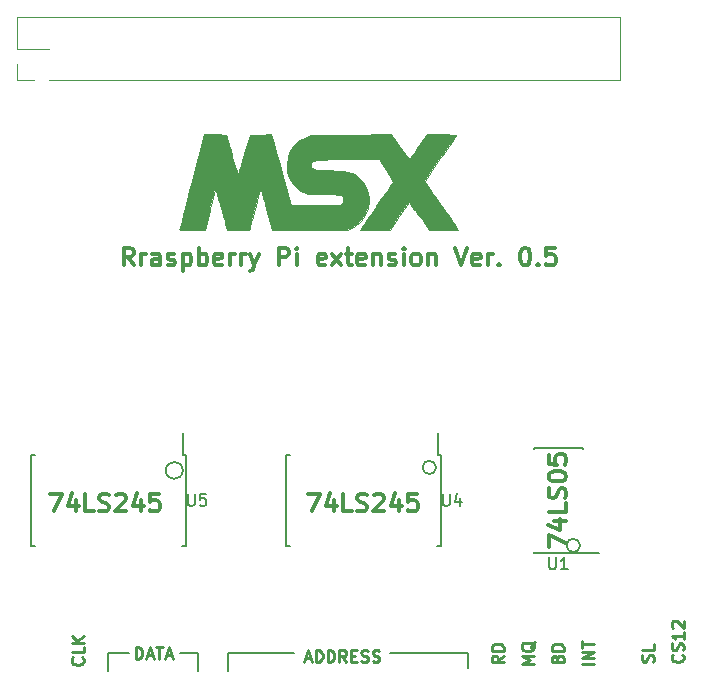
<source format=gbr>
G04 #@! TF.FileFunction,Legend,Top*
%FSLAX46Y46*%
G04 Gerber Fmt 4.6, Leading zero omitted, Abs format (unit mm)*
G04 Created by KiCad (PCBNEW 4.0.7) date 01/19/18 22:03:17*
%MOMM*%
%LPD*%
G01*
G04 APERTURE LIST*
%ADD10C,0.100000*%
%ADD11C,0.200000*%
%ADD12C,0.300000*%
%ADD13C,0.250000*%
%ADD14C,0.150000*%
%ADD15C,0.010000*%
%ADD16C,0.120000*%
G04 APERTURE END LIST*
D10*
D11*
X179637961Y-95250000D02*
G75*
G03X179637961Y-95250000I-567961J0D01*
G01*
X167445961Y-88646000D02*
G75*
G03X167445961Y-88646000I-567961J0D01*
G01*
X146006420Y-88900000D02*
G75*
G03X146006420Y-88900000I-718420J0D01*
G01*
D12*
X134767430Y-90872571D02*
X135767430Y-90872571D01*
X135124573Y-92372571D01*
X136981715Y-91372571D02*
X136981715Y-92372571D01*
X136624572Y-90801143D02*
X136267429Y-91872571D01*
X137196001Y-91872571D01*
X138481715Y-92372571D02*
X137767429Y-92372571D01*
X137767429Y-90872571D01*
X138910286Y-92301143D02*
X139124572Y-92372571D01*
X139481715Y-92372571D01*
X139624572Y-92301143D01*
X139696001Y-92229714D01*
X139767429Y-92086857D01*
X139767429Y-91944000D01*
X139696001Y-91801143D01*
X139624572Y-91729714D01*
X139481715Y-91658286D01*
X139196001Y-91586857D01*
X139053143Y-91515429D01*
X138981715Y-91444000D01*
X138910286Y-91301143D01*
X138910286Y-91158286D01*
X138981715Y-91015429D01*
X139053143Y-90944000D01*
X139196001Y-90872571D01*
X139553143Y-90872571D01*
X139767429Y-90944000D01*
X140338857Y-91015429D02*
X140410286Y-90944000D01*
X140553143Y-90872571D01*
X140910286Y-90872571D01*
X141053143Y-90944000D01*
X141124572Y-91015429D01*
X141196000Y-91158286D01*
X141196000Y-91301143D01*
X141124572Y-91515429D01*
X140267429Y-92372571D01*
X141196000Y-92372571D01*
X142481714Y-91372571D02*
X142481714Y-92372571D01*
X142124571Y-90801143D02*
X141767428Y-91872571D01*
X142696000Y-91872571D01*
X143981714Y-90872571D02*
X143267428Y-90872571D01*
X143195999Y-91586857D01*
X143267428Y-91515429D01*
X143410285Y-91444000D01*
X143767428Y-91444000D01*
X143910285Y-91515429D01*
X143981714Y-91586857D01*
X144053142Y-91729714D01*
X144053142Y-92086857D01*
X143981714Y-92229714D01*
X143910285Y-92301143D01*
X143767428Y-92372571D01*
X143410285Y-92372571D01*
X143267428Y-92301143D01*
X143195999Y-92229714D01*
X156611430Y-90872571D02*
X157611430Y-90872571D01*
X156968573Y-92372571D01*
X158825715Y-91372571D02*
X158825715Y-92372571D01*
X158468572Y-90801143D02*
X158111429Y-91872571D01*
X159040001Y-91872571D01*
X160325715Y-92372571D02*
X159611429Y-92372571D01*
X159611429Y-90872571D01*
X160754286Y-92301143D02*
X160968572Y-92372571D01*
X161325715Y-92372571D01*
X161468572Y-92301143D01*
X161540001Y-92229714D01*
X161611429Y-92086857D01*
X161611429Y-91944000D01*
X161540001Y-91801143D01*
X161468572Y-91729714D01*
X161325715Y-91658286D01*
X161040001Y-91586857D01*
X160897143Y-91515429D01*
X160825715Y-91444000D01*
X160754286Y-91301143D01*
X160754286Y-91158286D01*
X160825715Y-91015429D01*
X160897143Y-90944000D01*
X161040001Y-90872571D01*
X161397143Y-90872571D01*
X161611429Y-90944000D01*
X162182857Y-91015429D02*
X162254286Y-90944000D01*
X162397143Y-90872571D01*
X162754286Y-90872571D01*
X162897143Y-90944000D01*
X162968572Y-91015429D01*
X163040000Y-91158286D01*
X163040000Y-91301143D01*
X162968572Y-91515429D01*
X162111429Y-92372571D01*
X163040000Y-92372571D01*
X164325714Y-91372571D02*
X164325714Y-92372571D01*
X163968571Y-90801143D02*
X163611428Y-91872571D01*
X164540000Y-91872571D01*
X165825714Y-90872571D02*
X165111428Y-90872571D01*
X165039999Y-91586857D01*
X165111428Y-91515429D01*
X165254285Y-91444000D01*
X165611428Y-91444000D01*
X165754285Y-91515429D01*
X165825714Y-91586857D01*
X165897142Y-91729714D01*
X165897142Y-92086857D01*
X165825714Y-92229714D01*
X165754285Y-92301143D01*
X165611428Y-92372571D01*
X165254285Y-92372571D01*
X165111428Y-92301143D01*
X165039999Y-92229714D01*
X176978571Y-95404284D02*
X176978571Y-94404284D01*
X178478571Y-95047141D01*
X177478571Y-93189999D02*
X178478571Y-93189999D01*
X176907143Y-93547142D02*
X177978571Y-93904285D01*
X177978571Y-92975713D01*
X178478571Y-91689999D02*
X178478571Y-92404285D01*
X176978571Y-92404285D01*
X178407143Y-91261428D02*
X178478571Y-91047142D01*
X178478571Y-90689999D01*
X178407143Y-90547142D01*
X178335714Y-90475713D01*
X178192857Y-90404285D01*
X178050000Y-90404285D01*
X177907143Y-90475713D01*
X177835714Y-90547142D01*
X177764286Y-90689999D01*
X177692857Y-90975713D01*
X177621429Y-91118571D01*
X177550000Y-91189999D01*
X177407143Y-91261428D01*
X177264286Y-91261428D01*
X177121429Y-91189999D01*
X177050000Y-91118571D01*
X176978571Y-90975713D01*
X176978571Y-90618571D01*
X177050000Y-90404285D01*
X176978571Y-89475714D02*
X176978571Y-89332857D01*
X177050000Y-89190000D01*
X177121429Y-89118571D01*
X177264286Y-89047142D01*
X177550000Y-88975714D01*
X177907143Y-88975714D01*
X178192857Y-89047142D01*
X178335714Y-89118571D01*
X178407143Y-89190000D01*
X178478571Y-89332857D01*
X178478571Y-89475714D01*
X178407143Y-89618571D01*
X178335714Y-89690000D01*
X178192857Y-89761428D01*
X177907143Y-89832857D01*
X177550000Y-89832857D01*
X177264286Y-89761428D01*
X177121429Y-89690000D01*
X177050000Y-89618571D01*
X176978571Y-89475714D01*
X176978571Y-87618571D02*
X176978571Y-88332857D01*
X177692857Y-88404286D01*
X177621429Y-88332857D01*
X177550000Y-88190000D01*
X177550000Y-87832857D01*
X177621429Y-87690000D01*
X177692857Y-87618571D01*
X177835714Y-87547143D01*
X178192857Y-87547143D01*
X178335714Y-87618571D01*
X178407143Y-87690000D01*
X178478571Y-87832857D01*
X178478571Y-88190000D01*
X178407143Y-88332857D01*
X178335714Y-88404286D01*
D13*
X137517143Y-104735238D02*
X137564762Y-104782857D01*
X137612381Y-104925714D01*
X137612381Y-105020952D01*
X137564762Y-105163810D01*
X137469524Y-105259048D01*
X137374286Y-105306667D01*
X137183810Y-105354286D01*
X137040952Y-105354286D01*
X136850476Y-105306667D01*
X136755238Y-105259048D01*
X136660000Y-105163810D01*
X136612381Y-105020952D01*
X136612381Y-104925714D01*
X136660000Y-104782857D01*
X136707619Y-104735238D01*
X137612381Y-103830476D02*
X137612381Y-104306667D01*
X136612381Y-104306667D01*
X137612381Y-103497143D02*
X136612381Y-103497143D01*
X137612381Y-102925714D02*
X137040952Y-103354286D01*
X136612381Y-102925714D02*
X137183810Y-103497143D01*
X188317143Y-104497047D02*
X188364762Y-104544666D01*
X188412381Y-104687523D01*
X188412381Y-104782761D01*
X188364762Y-104925619D01*
X188269524Y-105020857D01*
X188174286Y-105068476D01*
X187983810Y-105116095D01*
X187840952Y-105116095D01*
X187650476Y-105068476D01*
X187555238Y-105020857D01*
X187460000Y-104925619D01*
X187412381Y-104782761D01*
X187412381Y-104687523D01*
X187460000Y-104544666D01*
X187507619Y-104497047D01*
X188364762Y-104116095D02*
X188412381Y-103973238D01*
X188412381Y-103735142D01*
X188364762Y-103639904D01*
X188317143Y-103592285D01*
X188221905Y-103544666D01*
X188126667Y-103544666D01*
X188031429Y-103592285D01*
X187983810Y-103639904D01*
X187936190Y-103735142D01*
X187888571Y-103925619D01*
X187840952Y-104020857D01*
X187793333Y-104068476D01*
X187698095Y-104116095D01*
X187602857Y-104116095D01*
X187507619Y-104068476D01*
X187460000Y-104020857D01*
X187412381Y-103925619D01*
X187412381Y-103687523D01*
X187460000Y-103544666D01*
X188412381Y-102592285D02*
X188412381Y-103163714D01*
X188412381Y-102878000D02*
X187412381Y-102878000D01*
X187555238Y-102973238D01*
X187650476Y-103068476D01*
X187698095Y-103163714D01*
X187507619Y-102211333D02*
X187460000Y-102163714D01*
X187412381Y-102068476D01*
X187412381Y-101830380D01*
X187460000Y-101735142D01*
X187507619Y-101687523D01*
X187602857Y-101639904D01*
X187698095Y-101639904D01*
X187840952Y-101687523D01*
X188412381Y-102258952D01*
X188412381Y-101639904D01*
D11*
X166878000Y-104394000D02*
X163576000Y-104394000D01*
X152146000Y-104394000D02*
X155448000Y-104394000D01*
D13*
X142010000Y-104846381D02*
X142010000Y-103846381D01*
X142248095Y-103846381D01*
X142390953Y-103894000D01*
X142486191Y-103989238D01*
X142533810Y-104084476D01*
X142581429Y-104274952D01*
X142581429Y-104417810D01*
X142533810Y-104608286D01*
X142486191Y-104703524D01*
X142390953Y-104798762D01*
X142248095Y-104846381D01*
X142010000Y-104846381D01*
X142962381Y-104560667D02*
X143438572Y-104560667D01*
X142867143Y-104846381D02*
X143200476Y-103846381D01*
X143533810Y-104846381D01*
X143724286Y-103846381D02*
X144295715Y-103846381D01*
X144010000Y-104846381D02*
X144010000Y-103846381D01*
X144581429Y-104560667D02*
X145057620Y-104560667D01*
X144486191Y-104846381D02*
X144819524Y-103846381D01*
X145152858Y-104846381D01*
D11*
X139700000Y-104394000D02*
X141478000Y-104394000D01*
X139700000Y-105918000D02*
X139700000Y-104394000D01*
X147320000Y-104394000D02*
X145796000Y-104394000D01*
X147320000Y-105918000D02*
X147320000Y-104394000D01*
X170180000Y-104394000D02*
X166878000Y-104394000D01*
X170180000Y-105664000D02*
X170180000Y-104394000D01*
X149860000Y-104394000D02*
X152146000Y-104394000D01*
X149860000Y-105918000D02*
X149860000Y-104394000D01*
D13*
X156369143Y-104814667D02*
X156845334Y-104814667D01*
X156273905Y-105100381D02*
X156607238Y-104100381D01*
X156940572Y-105100381D01*
X157273905Y-105100381D02*
X157273905Y-104100381D01*
X157512000Y-104100381D01*
X157654858Y-104148000D01*
X157750096Y-104243238D01*
X157797715Y-104338476D01*
X157845334Y-104528952D01*
X157845334Y-104671810D01*
X157797715Y-104862286D01*
X157750096Y-104957524D01*
X157654858Y-105052762D01*
X157512000Y-105100381D01*
X157273905Y-105100381D01*
X158273905Y-105100381D02*
X158273905Y-104100381D01*
X158512000Y-104100381D01*
X158654858Y-104148000D01*
X158750096Y-104243238D01*
X158797715Y-104338476D01*
X158845334Y-104528952D01*
X158845334Y-104671810D01*
X158797715Y-104862286D01*
X158750096Y-104957524D01*
X158654858Y-105052762D01*
X158512000Y-105100381D01*
X158273905Y-105100381D01*
X159845334Y-105100381D02*
X159512000Y-104624190D01*
X159273905Y-105100381D02*
X159273905Y-104100381D01*
X159654858Y-104100381D01*
X159750096Y-104148000D01*
X159797715Y-104195619D01*
X159845334Y-104290857D01*
X159845334Y-104433714D01*
X159797715Y-104528952D01*
X159750096Y-104576571D01*
X159654858Y-104624190D01*
X159273905Y-104624190D01*
X160273905Y-104576571D02*
X160607239Y-104576571D01*
X160750096Y-105100381D02*
X160273905Y-105100381D01*
X160273905Y-104100381D01*
X160750096Y-104100381D01*
X161131048Y-105052762D02*
X161273905Y-105100381D01*
X161512001Y-105100381D01*
X161607239Y-105052762D01*
X161654858Y-105005143D01*
X161702477Y-104909905D01*
X161702477Y-104814667D01*
X161654858Y-104719429D01*
X161607239Y-104671810D01*
X161512001Y-104624190D01*
X161321524Y-104576571D01*
X161226286Y-104528952D01*
X161178667Y-104481333D01*
X161131048Y-104386095D01*
X161131048Y-104290857D01*
X161178667Y-104195619D01*
X161226286Y-104148000D01*
X161321524Y-104100381D01*
X161559620Y-104100381D01*
X161702477Y-104148000D01*
X162083429Y-105052762D02*
X162226286Y-105100381D01*
X162464382Y-105100381D01*
X162559620Y-105052762D01*
X162607239Y-105005143D01*
X162654858Y-104909905D01*
X162654858Y-104814667D01*
X162607239Y-104719429D01*
X162559620Y-104671810D01*
X162464382Y-104624190D01*
X162273905Y-104576571D01*
X162178667Y-104528952D01*
X162131048Y-104481333D01*
X162083429Y-104386095D01*
X162083429Y-104290857D01*
X162131048Y-104195619D01*
X162178667Y-104148000D01*
X162273905Y-104100381D01*
X162512001Y-104100381D01*
X162654858Y-104148000D01*
X180792381Y-105298762D02*
X179792381Y-105298762D01*
X180792381Y-104822572D02*
X179792381Y-104822572D01*
X180792381Y-104251143D01*
X179792381Y-104251143D01*
X179792381Y-103917810D02*
X179792381Y-103346381D01*
X180792381Y-103632096D02*
X179792381Y-103632096D01*
X175712381Y-105251143D02*
X174712381Y-105251143D01*
X175426667Y-104917809D01*
X174712381Y-104584476D01*
X175712381Y-104584476D01*
X175807619Y-103441619D02*
X175760000Y-103536857D01*
X175664762Y-103632095D01*
X175521905Y-103774952D01*
X175474286Y-103870191D01*
X175474286Y-103965429D01*
X175712381Y-103917810D02*
X175664762Y-104013048D01*
X175569524Y-104108286D01*
X175379048Y-104155905D01*
X175045714Y-104155905D01*
X174855238Y-104108286D01*
X174760000Y-104013048D01*
X174712381Y-103917810D01*
X174712381Y-103727333D01*
X174760000Y-103632095D01*
X174855238Y-103536857D01*
X175045714Y-103489238D01*
X175379048Y-103489238D01*
X175569524Y-103536857D01*
X175664762Y-103632095D01*
X175712381Y-103727333D01*
X175712381Y-103917810D01*
X173172381Y-104584476D02*
X172696190Y-104917810D01*
X173172381Y-105155905D02*
X172172381Y-105155905D01*
X172172381Y-104774952D01*
X172220000Y-104679714D01*
X172267619Y-104632095D01*
X172362857Y-104584476D01*
X172505714Y-104584476D01*
X172600952Y-104632095D01*
X172648571Y-104679714D01*
X172696190Y-104774952D01*
X172696190Y-105155905D01*
X173172381Y-104155905D02*
X172172381Y-104155905D01*
X172172381Y-103917810D01*
X172220000Y-103774952D01*
X172315238Y-103679714D01*
X172410476Y-103632095D01*
X172600952Y-103584476D01*
X172743810Y-103584476D01*
X172934286Y-103632095D01*
X173029524Y-103679714D01*
X173124762Y-103774952D01*
X173172381Y-103917810D01*
X173172381Y-104155905D01*
X185824762Y-105084476D02*
X185872381Y-104941619D01*
X185872381Y-104703523D01*
X185824762Y-104608285D01*
X185777143Y-104560666D01*
X185681905Y-104513047D01*
X185586667Y-104513047D01*
X185491429Y-104560666D01*
X185443810Y-104608285D01*
X185396190Y-104703523D01*
X185348571Y-104894000D01*
X185300952Y-104989238D01*
X185253333Y-105036857D01*
X185158095Y-105084476D01*
X185062857Y-105084476D01*
X184967619Y-105036857D01*
X184920000Y-104989238D01*
X184872381Y-104894000D01*
X184872381Y-104655904D01*
X184920000Y-104513047D01*
X185872381Y-103608285D02*
X185872381Y-104084476D01*
X184872381Y-104084476D01*
X177728571Y-104822571D02*
X177776190Y-104679714D01*
X177823810Y-104632095D01*
X177919048Y-104584476D01*
X178061905Y-104584476D01*
X178157143Y-104632095D01*
X178204762Y-104679714D01*
X178252381Y-104774952D01*
X178252381Y-105155905D01*
X177252381Y-105155905D01*
X177252381Y-104822571D01*
X177300000Y-104727333D01*
X177347619Y-104679714D01*
X177442857Y-104632095D01*
X177538095Y-104632095D01*
X177633333Y-104679714D01*
X177680952Y-104727333D01*
X177728571Y-104822571D01*
X177728571Y-105155905D01*
X178252381Y-104155905D02*
X177252381Y-104155905D01*
X177252381Y-103917810D01*
X177300000Y-103774952D01*
X177395238Y-103679714D01*
X177490476Y-103632095D01*
X177680952Y-103584476D01*
X177823810Y-103584476D01*
X178014286Y-103632095D01*
X178109524Y-103679714D01*
X178204762Y-103774952D01*
X178252381Y-103917810D01*
X178252381Y-104155905D01*
D12*
X141865144Y-71544571D02*
X141365144Y-70830286D01*
X141008001Y-71544571D02*
X141008001Y-70044571D01*
X141579429Y-70044571D01*
X141722287Y-70116000D01*
X141793715Y-70187429D01*
X141865144Y-70330286D01*
X141865144Y-70544571D01*
X141793715Y-70687429D01*
X141722287Y-70758857D01*
X141579429Y-70830286D01*
X141008001Y-70830286D01*
X142508001Y-71544571D02*
X142508001Y-70544571D01*
X142508001Y-70830286D02*
X142579429Y-70687429D01*
X142650858Y-70616000D01*
X142793715Y-70544571D01*
X142936572Y-70544571D01*
X144079429Y-71544571D02*
X144079429Y-70758857D01*
X144008000Y-70616000D01*
X143865143Y-70544571D01*
X143579429Y-70544571D01*
X143436572Y-70616000D01*
X144079429Y-71473143D02*
X143936572Y-71544571D01*
X143579429Y-71544571D01*
X143436572Y-71473143D01*
X143365143Y-71330286D01*
X143365143Y-71187429D01*
X143436572Y-71044571D01*
X143579429Y-70973143D01*
X143936572Y-70973143D01*
X144079429Y-70901714D01*
X144722286Y-71473143D02*
X144865143Y-71544571D01*
X145150858Y-71544571D01*
X145293715Y-71473143D01*
X145365143Y-71330286D01*
X145365143Y-71258857D01*
X145293715Y-71116000D01*
X145150858Y-71044571D01*
X144936572Y-71044571D01*
X144793715Y-70973143D01*
X144722286Y-70830286D01*
X144722286Y-70758857D01*
X144793715Y-70616000D01*
X144936572Y-70544571D01*
X145150858Y-70544571D01*
X145293715Y-70616000D01*
X146008001Y-70544571D02*
X146008001Y-72044571D01*
X146008001Y-70616000D02*
X146150858Y-70544571D01*
X146436572Y-70544571D01*
X146579429Y-70616000D01*
X146650858Y-70687429D01*
X146722287Y-70830286D01*
X146722287Y-71258857D01*
X146650858Y-71401714D01*
X146579429Y-71473143D01*
X146436572Y-71544571D01*
X146150858Y-71544571D01*
X146008001Y-71473143D01*
X147365144Y-71544571D02*
X147365144Y-70044571D01*
X147365144Y-70616000D02*
X147508001Y-70544571D01*
X147793715Y-70544571D01*
X147936572Y-70616000D01*
X148008001Y-70687429D01*
X148079430Y-70830286D01*
X148079430Y-71258857D01*
X148008001Y-71401714D01*
X147936572Y-71473143D01*
X147793715Y-71544571D01*
X147508001Y-71544571D01*
X147365144Y-71473143D01*
X149293715Y-71473143D02*
X149150858Y-71544571D01*
X148865144Y-71544571D01*
X148722287Y-71473143D01*
X148650858Y-71330286D01*
X148650858Y-70758857D01*
X148722287Y-70616000D01*
X148865144Y-70544571D01*
X149150858Y-70544571D01*
X149293715Y-70616000D01*
X149365144Y-70758857D01*
X149365144Y-70901714D01*
X148650858Y-71044571D01*
X150008001Y-71544571D02*
X150008001Y-70544571D01*
X150008001Y-70830286D02*
X150079429Y-70687429D01*
X150150858Y-70616000D01*
X150293715Y-70544571D01*
X150436572Y-70544571D01*
X150936572Y-71544571D02*
X150936572Y-70544571D01*
X150936572Y-70830286D02*
X151008000Y-70687429D01*
X151079429Y-70616000D01*
X151222286Y-70544571D01*
X151365143Y-70544571D01*
X151722286Y-70544571D02*
X152079429Y-71544571D01*
X152436571Y-70544571D02*
X152079429Y-71544571D01*
X151936571Y-71901714D01*
X151865143Y-71973143D01*
X151722286Y-72044571D01*
X154150857Y-71544571D02*
X154150857Y-70044571D01*
X154722285Y-70044571D01*
X154865143Y-70116000D01*
X154936571Y-70187429D01*
X155008000Y-70330286D01*
X155008000Y-70544571D01*
X154936571Y-70687429D01*
X154865143Y-70758857D01*
X154722285Y-70830286D01*
X154150857Y-70830286D01*
X155650857Y-71544571D02*
X155650857Y-70544571D01*
X155650857Y-70044571D02*
X155579428Y-70116000D01*
X155650857Y-70187429D01*
X155722285Y-70116000D01*
X155650857Y-70044571D01*
X155650857Y-70187429D01*
X158079428Y-71473143D02*
X157936571Y-71544571D01*
X157650857Y-71544571D01*
X157508000Y-71473143D01*
X157436571Y-71330286D01*
X157436571Y-70758857D01*
X157508000Y-70616000D01*
X157650857Y-70544571D01*
X157936571Y-70544571D01*
X158079428Y-70616000D01*
X158150857Y-70758857D01*
X158150857Y-70901714D01*
X157436571Y-71044571D01*
X158650857Y-71544571D02*
X159436571Y-70544571D01*
X158650857Y-70544571D02*
X159436571Y-71544571D01*
X159793714Y-70544571D02*
X160365143Y-70544571D01*
X160008000Y-70044571D02*
X160008000Y-71330286D01*
X160079428Y-71473143D01*
X160222286Y-71544571D01*
X160365143Y-71544571D01*
X161436571Y-71473143D02*
X161293714Y-71544571D01*
X161008000Y-71544571D01*
X160865143Y-71473143D01*
X160793714Y-71330286D01*
X160793714Y-70758857D01*
X160865143Y-70616000D01*
X161008000Y-70544571D01*
X161293714Y-70544571D01*
X161436571Y-70616000D01*
X161508000Y-70758857D01*
X161508000Y-70901714D01*
X160793714Y-71044571D01*
X162150857Y-70544571D02*
X162150857Y-71544571D01*
X162150857Y-70687429D02*
X162222285Y-70616000D01*
X162365143Y-70544571D01*
X162579428Y-70544571D01*
X162722285Y-70616000D01*
X162793714Y-70758857D01*
X162793714Y-71544571D01*
X163436571Y-71473143D02*
X163579428Y-71544571D01*
X163865143Y-71544571D01*
X164008000Y-71473143D01*
X164079428Y-71330286D01*
X164079428Y-71258857D01*
X164008000Y-71116000D01*
X163865143Y-71044571D01*
X163650857Y-71044571D01*
X163508000Y-70973143D01*
X163436571Y-70830286D01*
X163436571Y-70758857D01*
X163508000Y-70616000D01*
X163650857Y-70544571D01*
X163865143Y-70544571D01*
X164008000Y-70616000D01*
X164722286Y-71544571D02*
X164722286Y-70544571D01*
X164722286Y-70044571D02*
X164650857Y-70116000D01*
X164722286Y-70187429D01*
X164793714Y-70116000D01*
X164722286Y-70044571D01*
X164722286Y-70187429D01*
X165650858Y-71544571D02*
X165508000Y-71473143D01*
X165436572Y-71401714D01*
X165365143Y-71258857D01*
X165365143Y-70830286D01*
X165436572Y-70687429D01*
X165508000Y-70616000D01*
X165650858Y-70544571D01*
X165865143Y-70544571D01*
X166008000Y-70616000D01*
X166079429Y-70687429D01*
X166150858Y-70830286D01*
X166150858Y-71258857D01*
X166079429Y-71401714D01*
X166008000Y-71473143D01*
X165865143Y-71544571D01*
X165650858Y-71544571D01*
X166793715Y-70544571D02*
X166793715Y-71544571D01*
X166793715Y-70687429D02*
X166865143Y-70616000D01*
X167008001Y-70544571D01*
X167222286Y-70544571D01*
X167365143Y-70616000D01*
X167436572Y-70758857D01*
X167436572Y-71544571D01*
X169079429Y-70044571D02*
X169579429Y-71544571D01*
X170079429Y-70044571D01*
X171150857Y-71473143D02*
X171008000Y-71544571D01*
X170722286Y-71544571D01*
X170579429Y-71473143D01*
X170508000Y-71330286D01*
X170508000Y-70758857D01*
X170579429Y-70616000D01*
X170722286Y-70544571D01*
X171008000Y-70544571D01*
X171150857Y-70616000D01*
X171222286Y-70758857D01*
X171222286Y-70901714D01*
X170508000Y-71044571D01*
X171865143Y-71544571D02*
X171865143Y-70544571D01*
X171865143Y-70830286D02*
X171936571Y-70687429D01*
X172008000Y-70616000D01*
X172150857Y-70544571D01*
X172293714Y-70544571D01*
X172793714Y-71401714D02*
X172865142Y-71473143D01*
X172793714Y-71544571D01*
X172722285Y-71473143D01*
X172793714Y-71401714D01*
X172793714Y-71544571D01*
X174936571Y-70044571D02*
X175079428Y-70044571D01*
X175222285Y-70116000D01*
X175293714Y-70187429D01*
X175365143Y-70330286D01*
X175436571Y-70616000D01*
X175436571Y-70973143D01*
X175365143Y-71258857D01*
X175293714Y-71401714D01*
X175222285Y-71473143D01*
X175079428Y-71544571D01*
X174936571Y-71544571D01*
X174793714Y-71473143D01*
X174722285Y-71401714D01*
X174650857Y-71258857D01*
X174579428Y-70973143D01*
X174579428Y-70616000D01*
X174650857Y-70330286D01*
X174722285Y-70187429D01*
X174793714Y-70116000D01*
X174936571Y-70044571D01*
X176079428Y-71401714D02*
X176150856Y-71473143D01*
X176079428Y-71544571D01*
X176007999Y-71473143D01*
X176079428Y-71401714D01*
X176079428Y-71544571D01*
X177508000Y-70044571D02*
X176793714Y-70044571D01*
X176722285Y-70758857D01*
X176793714Y-70687429D01*
X176936571Y-70616000D01*
X177293714Y-70616000D01*
X177436571Y-70687429D01*
X177508000Y-70758857D01*
X177579428Y-70901714D01*
X177579428Y-71258857D01*
X177508000Y-71401714D01*
X177436571Y-71473143D01*
X177293714Y-71544571D01*
X176936571Y-71544571D01*
X176793714Y-71473143D01*
X176722285Y-71401714D01*
D14*
X167865000Y-87565000D02*
X167615000Y-87565000D01*
X167865000Y-95315000D02*
X167530000Y-95315000D01*
X154715000Y-95315000D02*
X155050000Y-95315000D01*
X154715000Y-87565000D02*
X155050000Y-87565000D01*
X167865000Y-87565000D02*
X167865000Y-95315000D01*
X154715000Y-87565000D02*
X154715000Y-95315000D01*
X167615000Y-87565000D02*
X167615000Y-85765000D01*
X146275000Y-87565000D02*
X146025000Y-87565000D01*
X146275000Y-95315000D02*
X145940000Y-95315000D01*
X133125000Y-95315000D02*
X133460000Y-95315000D01*
X133125000Y-87565000D02*
X133460000Y-87565000D01*
X146275000Y-87565000D02*
X146275000Y-95315000D01*
X133125000Y-87565000D02*
X133125000Y-95315000D01*
X146025000Y-87565000D02*
X146025000Y-85765000D01*
X179875000Y-95890000D02*
X179875000Y-95865000D01*
X175725000Y-95890000D02*
X175725000Y-95775000D01*
X175725000Y-86990000D02*
X175725000Y-87105000D01*
X179875000Y-86990000D02*
X179875000Y-87105000D01*
X179875000Y-95890000D02*
X175725000Y-95890000D01*
X179875000Y-86990000D02*
X175725000Y-86990000D01*
X179875000Y-95865000D02*
X181250000Y-95865000D01*
D15*
G36*
X153580826Y-60766676D02*
X153624920Y-60925070D01*
X153708649Y-61224213D01*
X153825769Y-61641856D01*
X153970033Y-62155750D01*
X154135198Y-62743645D01*
X154315018Y-63383290D01*
X154419284Y-63754000D01*
X155169536Y-66421000D01*
X157216510Y-66443678D01*
X157951141Y-66447851D01*
X158548303Y-66442793D01*
X158999934Y-66428745D01*
X159297973Y-66405949D01*
X159430075Y-66377199D01*
X159549021Y-66230199D01*
X159598502Y-66002061D01*
X159571865Y-65768899D01*
X159495067Y-65633600D01*
X159376559Y-65588988D01*
X159117726Y-65557562D01*
X158709326Y-65538656D01*
X158142116Y-65531606D01*
X158076900Y-65531527D01*
X157594553Y-65525759D01*
X157147780Y-65510195D01*
X156775253Y-65486922D01*
X156515642Y-65458025D01*
X156444972Y-65443471D01*
X155967207Y-65225303D01*
X155539707Y-64858320D01*
X155181997Y-64360227D01*
X155116866Y-64239243D01*
X154957536Y-63901882D01*
X154869456Y-63625070D01*
X154832452Y-63326824D01*
X154826126Y-63057664D01*
X154893521Y-62398756D01*
X155102324Y-61829785D01*
X155455796Y-61345802D01*
X155957198Y-60941863D01*
X156369173Y-60717443D01*
X156845000Y-60494333D01*
X160231667Y-60472027D01*
X163618334Y-60449722D01*
X164380334Y-61512296D01*
X165142334Y-62574869D01*
X165327513Y-62344216D01*
X165449790Y-62182747D01*
X165640781Y-61919982D01*
X165873064Y-61594019D01*
X166089513Y-61285633D01*
X166666334Y-60457703D01*
X167915167Y-60454851D01*
X168353192Y-60456788D01*
X168724077Y-60464027D01*
X168998310Y-60475549D01*
X169146380Y-60490334D01*
X169164000Y-60497993D01*
X169116861Y-60576304D01*
X168983816Y-60774284D01*
X168777425Y-61073841D01*
X168510247Y-61456882D01*
X168194843Y-61905315D01*
X167843771Y-62401046D01*
X167808042Y-62451320D01*
X167429838Y-62989731D01*
X167103284Y-63467385D01*
X166838378Y-63868812D01*
X166645121Y-64178540D01*
X166533511Y-64381097D01*
X166510823Y-64458494D01*
X166573303Y-64551317D01*
X166720535Y-64763804D01*
X166939504Y-65077361D01*
X167217193Y-65473398D01*
X167540584Y-65933321D01*
X167896660Y-66438539D01*
X167951448Y-66516176D01*
X168308100Y-67023277D01*
X168630605Y-67485285D01*
X168906602Y-67884213D01*
X169123731Y-68202075D01*
X169269631Y-68420884D01*
X169331943Y-68522655D01*
X169333334Y-68527009D01*
X169253647Y-68545798D01*
X169034491Y-68561655D01*
X168705722Y-68573286D01*
X168297197Y-68579393D01*
X168113099Y-68580000D01*
X166892864Y-68579999D01*
X166488537Y-68008500D01*
X166234915Y-67652931D01*
X165939341Y-67242843D01*
X165660638Y-66859802D01*
X165628343Y-66815742D01*
X165172475Y-66194485D01*
X164358693Y-67387242D01*
X163544910Y-68580000D01*
X162290455Y-68580000D01*
X161851377Y-68577115D01*
X161479373Y-68569171D01*
X161203892Y-68557232D01*
X161054380Y-68542364D01*
X161036000Y-68534626D01*
X161082608Y-68456149D01*
X161214204Y-68257184D01*
X161418442Y-67955812D01*
X161682978Y-67570109D01*
X161995470Y-67118156D01*
X162343572Y-66618031D01*
X162391756Y-66549047D01*
X162746658Y-66039269D01*
X163070170Y-65570986D01*
X163349366Y-65163195D01*
X163571321Y-64834893D01*
X163723110Y-64605077D01*
X163791808Y-64492745D01*
X163793703Y-64488468D01*
X163765697Y-64375560D01*
X163654814Y-64154493D01*
X163477297Y-63854400D01*
X163249392Y-63504410D01*
X163224860Y-63468381D01*
X162609826Y-62568666D01*
X159881627Y-62568666D01*
X159091373Y-62569271D01*
X158454018Y-62572764D01*
X157953126Y-62581662D01*
X157572264Y-62598482D01*
X157294997Y-62625742D01*
X157104890Y-62665957D01*
X156985508Y-62721645D01*
X156920418Y-62795324D01*
X156893185Y-62889510D01*
X156887373Y-63006721D01*
X156887333Y-63027258D01*
X156905667Y-63194616D01*
X156975112Y-63317834D01*
X157117333Y-63403398D01*
X157353993Y-63457794D01*
X157706759Y-63487508D01*
X158197293Y-63499025D01*
X158466418Y-63499999D01*
X159095503Y-63508383D01*
X159587731Y-63538794D01*
X159974988Y-63599121D01*
X160289161Y-63697255D01*
X160562134Y-63841084D01*
X160825793Y-64038498D01*
X160899550Y-64102036D01*
X161332758Y-64587396D01*
X161614164Y-65147548D01*
X161744137Y-65783330D01*
X161753915Y-66040000D01*
X161675152Y-66708126D01*
X161448710Y-67304073D01*
X161083575Y-67813189D01*
X160588731Y-68220825D01*
X160326924Y-68366860D01*
X159886996Y-68582097D01*
X156718980Y-68559882D01*
X153550963Y-68537666D01*
X153084775Y-66784429D01*
X152946458Y-66270692D01*
X152821620Y-65819229D01*
X152716939Y-65453199D01*
X152639094Y-65195764D01*
X152594762Y-65070083D01*
X152588040Y-65061737D01*
X152560839Y-65145428D01*
X152498011Y-65363538D01*
X152407491Y-65686853D01*
X152297213Y-66086161D01*
X152175112Y-66532246D01*
X152049123Y-66995895D01*
X151927182Y-67447893D01*
X151817222Y-67859026D01*
X151727179Y-68200080D01*
X151664987Y-68441841D01*
X151638582Y-68555094D01*
X151638192Y-68558833D01*
X151559154Y-68567356D01*
X151345044Y-68574238D01*
X151030123Y-68578698D01*
X150710667Y-68580000D01*
X149783334Y-68580000D01*
X149625372Y-68050833D01*
X149543965Y-67771248D01*
X149431603Y-67376015D01*
X149301744Y-66912895D01*
X149167843Y-66429646D01*
X149136377Y-66315166D01*
X149017442Y-65892042D01*
X148911360Y-65533917D01*
X148826999Y-65269280D01*
X148773229Y-65126621D01*
X148761172Y-65109803D01*
X148729116Y-65188545D01*
X148664580Y-65408024D01*
X148573989Y-65744174D01*
X148463768Y-66172928D01*
X148340343Y-66670219D01*
X148297760Y-66845470D01*
X147878520Y-68580000D01*
X146785868Y-68580000D01*
X146318543Y-68576142D01*
X146000633Y-68563247D01*
X145812365Y-68539331D01*
X145733969Y-68502410D01*
X145731082Y-68474166D01*
X145758862Y-68373096D01*
X145823872Y-68124234D01*
X145921922Y-67743979D01*
X146048818Y-67248729D01*
X146200368Y-66654880D01*
X146372382Y-65978832D01*
X146560666Y-65236981D01*
X146761029Y-64445726D01*
X146770023Y-64410166D01*
X147771099Y-60452000D01*
X148725177Y-60452000D01*
X149144503Y-60454913D01*
X149424170Y-60466588D01*
X149593797Y-60491428D01*
X149683001Y-60533835D01*
X149721401Y-60598211D01*
X149721974Y-60600166D01*
X149757179Y-60725099D01*
X149829958Y-60985404D01*
X149932562Y-61353297D01*
X150057244Y-61800993D01*
X150196256Y-62300710D01*
X150209883Y-62349724D01*
X150347616Y-62831842D01*
X150472482Y-63243833D01*
X150577098Y-63563358D01*
X150654087Y-63768078D01*
X150696066Y-63835653D01*
X150699386Y-63831390D01*
X150735970Y-63716047D01*
X150811841Y-63465068D01*
X150918976Y-63105407D01*
X151049351Y-62664018D01*
X151194943Y-62167854D01*
X151213907Y-62103000D01*
X151684114Y-60494333D01*
X152588367Y-60470343D01*
X153492619Y-60446352D01*
X153580826Y-60766676D01*
X153580826Y-60766676D01*
G37*
X153580826Y-60766676D02*
X153624920Y-60925070D01*
X153708649Y-61224213D01*
X153825769Y-61641856D01*
X153970033Y-62155750D01*
X154135198Y-62743645D01*
X154315018Y-63383290D01*
X154419284Y-63754000D01*
X155169536Y-66421000D01*
X157216510Y-66443678D01*
X157951141Y-66447851D01*
X158548303Y-66442793D01*
X158999934Y-66428745D01*
X159297973Y-66405949D01*
X159430075Y-66377199D01*
X159549021Y-66230199D01*
X159598502Y-66002061D01*
X159571865Y-65768899D01*
X159495067Y-65633600D01*
X159376559Y-65588988D01*
X159117726Y-65557562D01*
X158709326Y-65538656D01*
X158142116Y-65531606D01*
X158076900Y-65531527D01*
X157594553Y-65525759D01*
X157147780Y-65510195D01*
X156775253Y-65486922D01*
X156515642Y-65458025D01*
X156444972Y-65443471D01*
X155967207Y-65225303D01*
X155539707Y-64858320D01*
X155181997Y-64360227D01*
X155116866Y-64239243D01*
X154957536Y-63901882D01*
X154869456Y-63625070D01*
X154832452Y-63326824D01*
X154826126Y-63057664D01*
X154893521Y-62398756D01*
X155102324Y-61829785D01*
X155455796Y-61345802D01*
X155957198Y-60941863D01*
X156369173Y-60717443D01*
X156845000Y-60494333D01*
X160231667Y-60472027D01*
X163618334Y-60449722D01*
X164380334Y-61512296D01*
X165142334Y-62574869D01*
X165327513Y-62344216D01*
X165449790Y-62182747D01*
X165640781Y-61919982D01*
X165873064Y-61594019D01*
X166089513Y-61285633D01*
X166666334Y-60457703D01*
X167915167Y-60454851D01*
X168353192Y-60456788D01*
X168724077Y-60464027D01*
X168998310Y-60475549D01*
X169146380Y-60490334D01*
X169164000Y-60497993D01*
X169116861Y-60576304D01*
X168983816Y-60774284D01*
X168777425Y-61073841D01*
X168510247Y-61456882D01*
X168194843Y-61905315D01*
X167843771Y-62401046D01*
X167808042Y-62451320D01*
X167429838Y-62989731D01*
X167103284Y-63467385D01*
X166838378Y-63868812D01*
X166645121Y-64178540D01*
X166533511Y-64381097D01*
X166510823Y-64458494D01*
X166573303Y-64551317D01*
X166720535Y-64763804D01*
X166939504Y-65077361D01*
X167217193Y-65473398D01*
X167540584Y-65933321D01*
X167896660Y-66438539D01*
X167951448Y-66516176D01*
X168308100Y-67023277D01*
X168630605Y-67485285D01*
X168906602Y-67884213D01*
X169123731Y-68202075D01*
X169269631Y-68420884D01*
X169331943Y-68522655D01*
X169333334Y-68527009D01*
X169253647Y-68545798D01*
X169034491Y-68561655D01*
X168705722Y-68573286D01*
X168297197Y-68579393D01*
X168113099Y-68580000D01*
X166892864Y-68579999D01*
X166488537Y-68008500D01*
X166234915Y-67652931D01*
X165939341Y-67242843D01*
X165660638Y-66859802D01*
X165628343Y-66815742D01*
X165172475Y-66194485D01*
X164358693Y-67387242D01*
X163544910Y-68580000D01*
X162290455Y-68580000D01*
X161851377Y-68577115D01*
X161479373Y-68569171D01*
X161203892Y-68557232D01*
X161054380Y-68542364D01*
X161036000Y-68534626D01*
X161082608Y-68456149D01*
X161214204Y-68257184D01*
X161418442Y-67955812D01*
X161682978Y-67570109D01*
X161995470Y-67118156D01*
X162343572Y-66618031D01*
X162391756Y-66549047D01*
X162746658Y-66039269D01*
X163070170Y-65570986D01*
X163349366Y-65163195D01*
X163571321Y-64834893D01*
X163723110Y-64605077D01*
X163791808Y-64492745D01*
X163793703Y-64488468D01*
X163765697Y-64375560D01*
X163654814Y-64154493D01*
X163477297Y-63854400D01*
X163249392Y-63504410D01*
X163224860Y-63468381D01*
X162609826Y-62568666D01*
X159881627Y-62568666D01*
X159091373Y-62569271D01*
X158454018Y-62572764D01*
X157953126Y-62581662D01*
X157572264Y-62598482D01*
X157294997Y-62625742D01*
X157104890Y-62665957D01*
X156985508Y-62721645D01*
X156920418Y-62795324D01*
X156893185Y-62889510D01*
X156887373Y-63006721D01*
X156887333Y-63027258D01*
X156905667Y-63194616D01*
X156975112Y-63317834D01*
X157117333Y-63403398D01*
X157353993Y-63457794D01*
X157706759Y-63487508D01*
X158197293Y-63499025D01*
X158466418Y-63499999D01*
X159095503Y-63508383D01*
X159587731Y-63538794D01*
X159974988Y-63599121D01*
X160289161Y-63697255D01*
X160562134Y-63841084D01*
X160825793Y-64038498D01*
X160899550Y-64102036D01*
X161332758Y-64587396D01*
X161614164Y-65147548D01*
X161744137Y-65783330D01*
X161753915Y-66040000D01*
X161675152Y-66708126D01*
X161448710Y-67304073D01*
X161083575Y-67813189D01*
X160588731Y-68220825D01*
X160326924Y-68366860D01*
X159886996Y-68582097D01*
X156718980Y-68559882D01*
X153550963Y-68537666D01*
X153084775Y-66784429D01*
X152946458Y-66270692D01*
X152821620Y-65819229D01*
X152716939Y-65453199D01*
X152639094Y-65195764D01*
X152594762Y-65070083D01*
X152588040Y-65061737D01*
X152560839Y-65145428D01*
X152498011Y-65363538D01*
X152407491Y-65686853D01*
X152297213Y-66086161D01*
X152175112Y-66532246D01*
X152049123Y-66995895D01*
X151927182Y-67447893D01*
X151817222Y-67859026D01*
X151727179Y-68200080D01*
X151664987Y-68441841D01*
X151638582Y-68555094D01*
X151638192Y-68558833D01*
X151559154Y-68567356D01*
X151345044Y-68574238D01*
X151030123Y-68578698D01*
X150710667Y-68580000D01*
X149783334Y-68580000D01*
X149625372Y-68050833D01*
X149543965Y-67771248D01*
X149431603Y-67376015D01*
X149301744Y-66912895D01*
X149167843Y-66429646D01*
X149136377Y-66315166D01*
X149017442Y-65892042D01*
X148911360Y-65533917D01*
X148826999Y-65269280D01*
X148773229Y-65126621D01*
X148761172Y-65109803D01*
X148729116Y-65188545D01*
X148664580Y-65408024D01*
X148573989Y-65744174D01*
X148463768Y-66172928D01*
X148340343Y-66670219D01*
X148297760Y-66845470D01*
X147878520Y-68580000D01*
X146785868Y-68580000D01*
X146318543Y-68576142D01*
X146000633Y-68563247D01*
X145812365Y-68539331D01*
X145733969Y-68502410D01*
X145731082Y-68474166D01*
X145758862Y-68373096D01*
X145823872Y-68124234D01*
X145921922Y-67743979D01*
X146048818Y-67248729D01*
X146200368Y-66654880D01*
X146372382Y-65978832D01*
X146560666Y-65236981D01*
X146761029Y-64445726D01*
X146770023Y-64410166D01*
X147771099Y-60452000D01*
X148725177Y-60452000D01*
X149144503Y-60454913D01*
X149424170Y-60466588D01*
X149593797Y-60491428D01*
X149683001Y-60533835D01*
X149721401Y-60598211D01*
X149721974Y-60600166D01*
X149757179Y-60725099D01*
X149829958Y-60985404D01*
X149932562Y-61353297D01*
X150057244Y-61800993D01*
X150196256Y-62300710D01*
X150209883Y-62349724D01*
X150347616Y-62831842D01*
X150472482Y-63243833D01*
X150577098Y-63563358D01*
X150654087Y-63768078D01*
X150696066Y-63835653D01*
X150699386Y-63831390D01*
X150735970Y-63716047D01*
X150811841Y-63465068D01*
X150918976Y-63105407D01*
X151049351Y-62664018D01*
X151194943Y-62167854D01*
X151213907Y-62103000D01*
X151684114Y-60494333D01*
X152588367Y-60470343D01*
X153492619Y-60446352D01*
X153580826Y-60766676D01*
D16*
X132010000Y-55853000D02*
X132010000Y-54463000D01*
X133400000Y-55853000D02*
X132010000Y-55853000D01*
X132010000Y-53193000D02*
X134670000Y-53193000D01*
X132010000Y-50533000D02*
X132010000Y-53193000D01*
X183050000Y-50533000D02*
X132010000Y-50533000D01*
X183050000Y-55853000D02*
X183050000Y-50533000D01*
X134670000Y-55853000D02*
X183050000Y-55853000D01*
X134670000Y-55853000D02*
X183050000Y-55853000D01*
X183050000Y-55853000D02*
X183050000Y-50533000D01*
X183050000Y-50533000D02*
X132010000Y-50533000D01*
X132010000Y-50533000D02*
X132010000Y-53193000D01*
X132010000Y-53193000D02*
X134670000Y-53193000D01*
X133400000Y-55853000D02*
X132010000Y-55853000D01*
X132010000Y-55853000D02*
X132010000Y-54463000D01*
D14*
X168028095Y-90892381D02*
X168028095Y-91701905D01*
X168075714Y-91797143D01*
X168123333Y-91844762D01*
X168218571Y-91892381D01*
X168409048Y-91892381D01*
X168504286Y-91844762D01*
X168551905Y-91797143D01*
X168599524Y-91701905D01*
X168599524Y-90892381D01*
X169504286Y-91225714D02*
X169504286Y-91892381D01*
X169266190Y-90844762D02*
X169028095Y-91559048D01*
X169647143Y-91559048D01*
X146438095Y-90892381D02*
X146438095Y-91701905D01*
X146485714Y-91797143D01*
X146533333Y-91844762D01*
X146628571Y-91892381D01*
X146819048Y-91892381D01*
X146914286Y-91844762D01*
X146961905Y-91797143D01*
X147009524Y-91701905D01*
X147009524Y-90892381D01*
X147961905Y-90892381D02*
X147485714Y-90892381D01*
X147438095Y-91368571D01*
X147485714Y-91320952D01*
X147580952Y-91273333D01*
X147819048Y-91273333D01*
X147914286Y-91320952D01*
X147961905Y-91368571D01*
X148009524Y-91463810D01*
X148009524Y-91701905D01*
X147961905Y-91797143D01*
X147914286Y-91844762D01*
X147819048Y-91892381D01*
X147580952Y-91892381D01*
X147485714Y-91844762D01*
X147438095Y-91797143D01*
X177038095Y-96267381D02*
X177038095Y-97076905D01*
X177085714Y-97172143D01*
X177133333Y-97219762D01*
X177228571Y-97267381D01*
X177419048Y-97267381D01*
X177514286Y-97219762D01*
X177561905Y-97172143D01*
X177609524Y-97076905D01*
X177609524Y-96267381D01*
X178609524Y-97267381D02*
X178038095Y-97267381D01*
X178323809Y-97267381D02*
X178323809Y-96267381D01*
X178228571Y-96410238D01*
X178133333Y-96505476D01*
X178038095Y-96553095D01*
M02*

</source>
